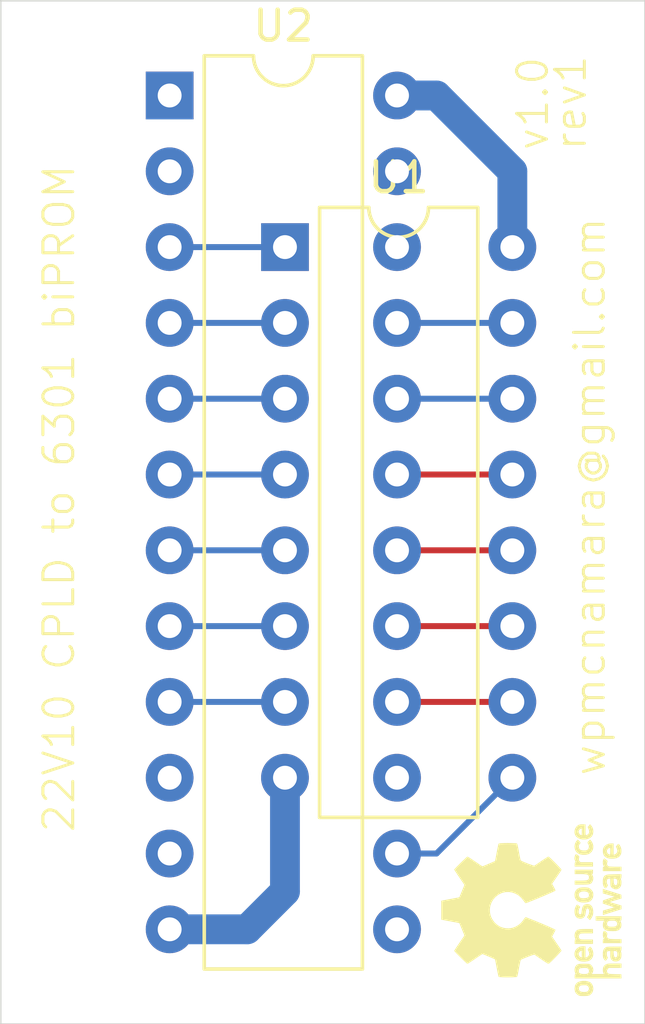
<source format=kicad_pcb>
(kicad_pcb (version 20240108) (generator "pcbnew") (generator_version "8.0")
  (layers (0 "F.Cu" signal) (31 "B.Cu" signal) (34 "B.Paste" user) (35 "F.Paste" user) (36 "B.SilkS" user "B.Silkscreen") (37 "F.SilkS" user "F.Silkscreen") (38 "B.Mask" user) (39 "F.Mask" user) (44 "Edge.Cuts" user))
  (net 0 "")
  (net 9 "Net-(U1-A4)")
  (net 10 "Net-(U1-A2)")
  (net 11 "Net-(U1-A6)")
  (net 12 "Net-(U1-O3)")
  (net 13 "Net-(U1-~E2)")
  (net 14 "Net-(U1-VCC)")
  (net 15 "Net-(U1-O2)")
  (net 16 "Net-(U1-GND)")
  (net 17 "Net-(U1-P{slash}~E1)")
  (net 18 "Net-(U1-A0)")
  (net 19 "Net-(U1-O4)")
  (net 20 "Net-(U1-A3)")
  (net 21 "Net-(U1-A1)")
  (net 22 "Net-(U1-A7)")
  (net 23 "Net-(U1-O1)")
  (net 24 "Net-(U1-A5)")
  (footprint "Package_DIP:DIP-16_W7.62mm" (layer "F.Cu") (at 159.385 93.345)
    (property "Reference" "U1" (at 3.81 -2.33 0) (layer "F.SilkS"))
    (property "Value" "~")
    (fp_line (start 1.16 -1.33) (end 1.16 19.11) (stroke (width 0.12)) (layer "F.SilkS"))
    (fp_line (start 1.16 19.11) (end 6.46 19.11) (stroke (width 0.12)) (layer "F.SilkS"))
    (fp_line (start 2.81 -1.33) (end 1.16 -1.33) (stroke (width 0.12)) (layer "F.SilkS"))
    (fp_line (start 6.46 -1.33) (end 4.81 -1.33) (stroke (width 0.12)) (layer "F.SilkS"))
    (fp_line (start 6.46 19.11) (end 6.46 -1.33) (stroke (width 0.12)) (layer "F.SilkS"))
    (fp_arc (start 4.81 -1.33) (mid 3.81 -0.33) (end 2.81 -1.33) (stroke (width 0.12)) (layer "F.SilkS"))
    (pad "1" thru_hole rect (at 0 0) (size 1.6 1.6) (drill 0.8) (layers "*.Cu" "*.Mask") (net 11 "Net-(U1-A6)"))
    (pad "2" thru_hole oval (at 0 2.54) (size 1.6 1.6) (drill 0.8) (layers "*.Cu" "*.Mask") (net 24 "Net-(U1-A5)"))
    (pad "3" thru_hole oval (at 0 5.08) (size 1.6 1.6) (drill 0.8) (layers "*.Cu" "*.Mask") (net 9 "Net-(U1-A4)"))
    (pad "4" thru_hole oval (at 0 7.62) (size 1.6 1.6) (drill 0.8) (layers "*.Cu" "*.Mask") (net 20 "Net-(U1-A3)"))
    (pad "5" thru_hole oval (at 0 10.16) (size 1.6 1.6) (drill 0.8) (layers "*.Cu" "*.Mask") (net 10 "Net-(U1-A2)"))
    (pad "6" thru_hole oval (at 0 12.7) (size 1.6 1.6) (drill 0.8) (layers "*.Cu" "*.Mask") (net 21 "Net-(U1-A1)"))
    (pad "7" thru_hole oval (at 0 15.24) (size 1.6 1.6) (drill 0.8) (layers "*.Cu" "*.Mask") (net 18 "Net-(U1-A0)"))
    (pad "8" thru_hole oval (at 0 17.78) (size 1.6 1.6) (drill 0.8) (layers "*.Cu" "*.Mask") (net 16 "Net-(U1-GND)"))
    (pad "9" thru_hole oval (at 7.62 17.78) (size 1.6 1.6) (drill 0.8) (layers "*.Cu" "*.Mask") (net 19 "Net-(U1-O4)"))
    (pad "10" thru_hole oval (at 7.62 15.24) (size 1.6 1.6) (drill 0.8) (layers "*.Cu" "*.Mask") (net 12 "Net-(U1-O3)"))
    (pad "11" thru_hole oval (at 7.62 12.7) (size 1.6 1.6) (drill 0.8) (layers "*.Cu" "*.Mask") (net 15 "Net-(U1-O2)"))
    (pad "12" thru_hole oval (at 7.62 10.16) (size 1.6 1.6) (drill 0.8) (layers "*.Cu" "*.Mask") (net 23 "Net-(U1-O1)"))
    (pad "13" thru_hole oval (at 7.62 7.62) (size 1.6 1.6) (drill 0.8) (layers "*.Cu" "*.Mask") (net 17 "Net-(U1-P{slash}~E1)"))
    (pad "14" thru_hole oval (at 7.62 5.08) (size 1.6 1.6) (drill 0.8) (layers "*.Cu" "*.Mask") (net 13 "Net-(U1-~E2)"))
    (pad "15" thru_hole oval (at 7.62 2.54) (size 1.6 1.6) (drill 0.8) (layers "*.Cu" "*.Mask") (net 22 "Net-(U1-A7)"))
    (pad "16" thru_hole oval (at 7.62 0) (size 1.6 1.6) (drill 0.8) (layers "*.Cu" "*.Mask") (net 14 "Net-(U1-VCC)"))
  )
  (footprint "Package_DIP:DIP-24_W7.62mm" (layer "F.Cu") (at 155.52 88.265)
    (property "Reference" "U2" (at 3.81 -2.33 0) (layer "F.SilkS"))
    (property "Value" "ATF22V10C-10PU")
    (fp_line (start 1.16 -1.33) (end 1.16 29.27) (stroke (width 0.12)) (layer "F.SilkS"))
    (fp_line (start 1.16 29.27) (end 6.46 29.27) (stroke (width 0.12)) (layer "F.SilkS"))
    (fp_line (start 2.81 -1.33) (end 1.16 -1.33) (stroke (width 0.12)) (layer "F.SilkS"))
    (fp_line (start 6.46 -1.33) (end 4.81 -1.33) (stroke (width 0.12)) (layer "F.SilkS"))
    (fp_line (start 6.46 29.27) (end 6.46 -1.33) (stroke (width 0.12)) (layer "F.SilkS"))
    (fp_arc (start 4.81 -1.33) (mid 3.81 -0.33) (end 2.81 -1.33) (stroke (width 0.12)) (layer "F.SilkS"))
    (pad "1" thru_hole rect (at 0 0) (size 1.6 1.6) (drill 0.8) (layers "*.Cu" "*.Mask"))
    (pad "2" thru_hole oval (at 0 2.54) (size 1.6 1.6) (drill 0.8) (layers "*.Cu" "*.Mask"))
    (pad "3" thru_hole oval (at 0 5.08) (size 1.6 1.6) (drill 0.8) (layers "*.Cu" "*.Mask") (net 11 "Net-(U1-A6)"))
    (pad "4" thru_hole oval (at 0 7.62) (size 1.6 1.6) (drill 0.8) (layers "*.Cu" "*.Mask") (net 24 "Net-(U1-A5)"))
    (pad "5" thru_hole oval (at 0 10.16) (size 1.6 1.6) (drill 0.8) (layers "*.Cu" "*.Mask") (net 9 "Net-(U1-A4)"))
    (pad "6" thru_hole oval (at 0 12.7) (size 1.6 1.6) (drill 0.8) (layers "*.Cu" "*.Mask") (net 20 "Net-(U1-A3)"))
    (pad "7" thru_hole oval (at 0 15.24) (size 1.6 1.6) (drill 0.8) (layers "*.Cu" "*.Mask") (net 10 "Net-(U1-A2)"))
    (pad "8" thru_hole oval (at 0 17.78) (size 1.6 1.6) (drill 0.8) (layers "*.Cu" "*.Mask") (net 21 "Net-(U1-A1)"))
    (pad "9" thru_hole oval (at 0 20.32) (size 1.6 1.6) (drill 0.8) (layers "*.Cu" "*.Mask") (net 18 "Net-(U1-A0)"))
    (pad "10" thru_hole oval (at 0 22.86) (size 1.6 1.6) (drill 0.8) (layers "*.Cu" "*.Mask"))
    (pad "11" thru_hole oval (at 0 25.4) (size 1.6 1.6) (drill 0.8) (layers "*.Cu" "*.Mask"))
    (pad "12" thru_hole oval (at 0 27.94) (size 1.6 1.6) (drill 0.8) (layers "*.Cu" "*.Mask") (net 16 "Net-(U1-GND)"))
    (pad "13" thru_hole oval (at 7.62 27.94) (size 1.6 1.6) (drill 0.8) (layers "*.Cu" "*.Mask"))
    (pad "14" thru_hole oval (at 7.62 25.4) (size 1.6 1.6) (drill 0.8) (layers "*.Cu" "*.Mask") (net 19 "Net-(U1-O4)"))
    (pad "15" thru_hole oval (at 7.62 22.86) (size 1.6 1.6) (drill 0.8) (layers "*.Cu" "*.Mask"))
    (pad "16" thru_hole oval (at 7.62 20.32) (size 1.6 1.6) (drill 0.8) (layers "*.Cu" "*.Mask") (net 12 "Net-(U1-O3)"))
    (pad "17" thru_hole oval (at 7.62 17.78) (size 1.6 1.6) (drill 0.8) (layers "*.Cu" "*.Mask") (net 15 "Net-(U1-O2)"))
    (pad "18" thru_hole oval (at 7.62 15.24) (size 1.6 1.6) (drill 0.8) (layers "*.Cu" "*.Mask") (net 23 "Net-(U1-O1)"))
    (pad "19" thru_hole oval (at 7.62 12.7) (size 1.6 1.6) (drill 0.8) (layers "*.Cu" "*.Mask") (net 17 "Net-(U1-P{slash}~E1)"))
    (pad "20" thru_hole oval (at 7.62 10.16) (size 1.6 1.6) (drill 0.8) (layers "*.Cu" "*.Mask") (net 13 "Net-(U1-~E2)"))
    (pad "21" thru_hole oval (at 7.62 7.62) (size 1.6 1.6) (drill 0.8) (layers "*.Cu" "*.Mask") (net 22 "Net-(U1-A7)"))
    (pad "22" thru_hole oval (at 7.62 5.08) (size 1.6 1.6) (drill 0.8) (layers "*.Cu" "*.Mask"))
    (pad "23" thru_hole oval (at 7.62 2.54) (size 1.6 1.6) (drill 0.8) (layers "*.Cu" "*.Mask"))
    (pad "24" thru_hole oval (at 7.62 0) (size 1.6 1.6) (drill 0.8) (layers "*.Cu" "*.Mask") (net 14 "Net-(U1-VCC)"))
  )
  (footprint "Symbol:OSHW-Logo_5.7x6mm_SilkScreen" (layer "F.Cu") (at 167.64 115.57 90)
    (property "Reference" "REF**" (hide yes))
    (property "Value" "OSHW-Logo_5.7x6mm_SilkScreen" (hide yes))
    (fp_poly (pts (xy 1.79946 1.45803) (xy 1.842711 1.471245) (xy 1.870558 1.487941) (xy 1.879629 1.501145) (xy 1.877132 1.516797) (xy 1.860931 1.541385) (xy 1.847232 1.5588) (xy 1.818992 1.590283) (xy 1.797775 1.603529) (xy 1.779688 1.602664) (xy 1.726035 1.58901) (xy 1.68663 1.58963) (xy 1.654632 1.605104) (xy 1.64389 1.614161) (xy 1.609505 1.646027) (xy 1.609505 2.062179) (xy 1.471188 2.062179) (xy 1.471188 1.458614) (xy 1.540347 1.458614) (xy 1.581869 1.460256) (xy 1.603291 1.466087) (xy 1.609502 1.477461) (xy 1.609505 1.477798) (xy 1.612439 1.489713) (xy 1.625704 1.488159) (xy 1.644084 1.479563) (xy 1.682046 1.463568) (xy 1.712872 1.453945) (xy 1.752536 1.451478) (xy 1.79946 1.45803)) (stroke (width 0.01)) (fill solid) (layer "F.SilkS"))
    (fp_poly (pts (xy 1.635255 2.401486) (xy 1.683595 2.411015) (xy 1.711114 2.425125) (xy 1.740064 2.448568) (xy 1.698876 2.500571) (xy 1.673482 2.532064) (xy 1.656238 2.547428) (xy 1.639102 2.549776) (xy 1.614027 2.542217) (xy 1.602257 2.537941) (xy 1.55427 2.531631) (xy 1.510324 2.545156) (xy 1.47806 2.57571) (xy 1.472819 2.585452) (xy 1.467112 2.611258) (xy 1.462706 2.658817) (xy 1.459811 2.724758) (xy 1.458631 2.80571) (xy 1.458614 2.817226) (xy 1.458614 3.017822) (xy 1.320297 3.017822) (xy 1.320297 2.401683) (xy 1.389456 2.401683) (xy 1.429333 2.402725) (xy 1.450107 2.407358) (xy 1.457789 2.417849) (xy 1.458614 2.427745) (xy 1.458614 2.453806) (xy 1.491745 2.427745) (xy 1.529735 2.409965) (xy 1.58077 2.401174) (xy 1.635255 2.401486)) (stroke (width 0.01)) (fill solid) (layer "F.SilkS"))
    (fp_poly (pts (xy -0.993356 2.40302) (xy -0.974539 2.40866) (xy -0.968473 2.421053) (xy -0.968218 2.426647) (xy -0.967129 2.44223) (xy -0.959632 2.444676) (xy -0.939381 2.433993) (xy -0.927351 2.426694) (xy -0.8894 2.411063) (xy -0.844072 2.403334) (xy -0.796544 2.40274) (xy -0.751995 2.408513) (xy -0.715602 2.419884) (xy -0.692543 2.436088) (xy -0.687996 2.456355) (xy -0.690291 2.461843) (xy -0.70702 2.484626) (xy -0.732963 2.512647) (xy -0.737655 2.517177) (xy -0.762383 2.538005) (xy -0.783718 2.544735) (xy -0.813555 2.540038) (xy -0.825508 2.536917) (xy -0.862705 2.529421) (xy -0.888859 2.532792) (xy -0.910946 2.544681) (xy -0.931178 2.560635) (xy -0.946079 2.5807) (xy -0.956434 2.608702) (xy -0.963029 2.648467) (xy -0.966649 2.703823) (xy -0.968078 2.778594) (xy -0.968218 2.82374) (xy -0.968218 3.017822) (xy -1.09396 3.017822) (xy -1.09396 2.401683) (xy -1.031089 2.401683) (xy -0.993356 2.40302)) (stroke (width 0.01)) (fill solid) (layer "F.SilkS"))
    (fp_poly (pts (xy 0.993367 1.654342) (xy 0.994555 1.746563) (xy 0.998897 1.81661) (xy 1.007558 1.867381) (xy 1.021704 1.901772) (xy 1.0425 1.922679) (xy 1.07111 1.933) (xy 1.106535 1.935636) (xy 1.143636 1.932682) (xy 1.171818 1.921889) (xy 1.192243 1.90036) (xy 1.206079 1.865199) (xy 1.214491 1.81351) (xy 1.218643 1.742394) (xy 1.219703 1.654342) (xy 1.219703 1.458614) (xy 1.35802 1.458614) (xy 1.35802 2.062179) (xy 1.288862 2.062179) (xy 1.24717 2.060489) (xy 1.225701 2.054556) (xy 1.219703 2.043293) (xy 1.216091 2.033261) (xy 1.201714 2.035383) (xy 1.172736 2.04958) (xy 1.106319 2.07148) (xy 1.035875 2.069928) (xy 0.968377 2.046147) (xy 0.936233 2.027362) (xy 0.911715 2.007022) (xy 0.893804 1.981573) (xy 0.881479 1.947458) (xy 0.873723 1.901121) (xy 0.869516 1.839007) (xy 0.86784 1.757561) (xy 0.867624 1.694578) (xy 0.867624 1.458614) (xy 0.993367 1.458614) (xy 0.993367 1.654342)) (stroke (width 0.01)) (fill solid) (layer "F.SilkS"))
    (fp_poly (pts (xy -0.754012 1.469002) (xy -0.722717 1.48395) (xy -0.692409 1.505541) (xy -0.669318 1.530391) (xy -0.6525 1.562087) (xy -0.641006 1.604214) (xy -0.633891 1.660358) (xy -0.630207 1.734106) (xy -0.629008 1.829044) (xy -0.628989 1.838985) (xy -0.628713 2.062179) (xy -0.76703 2.062179) (xy -0.76703 1.856418) (xy -0.767128 1.780189) (xy -0.767809 1.724939) (xy -0.769651 1.686501) (xy -0.773233 1.660706) (xy -0.779132 1.643384) (xy -0.787927 1.630368) (xy -0.80018 1.617507) (xy -0.843047 1.589873) (xy -0.889843 1.584745) (xy -0.934424 1.602217) (xy -0.949928 1.615221) (xy -0.96131 1.627447) (xy -0.969481 1.64054) (xy -0.974974 1.658615) (xy -0.97832 1.685787) (xy -0.980051 1.72617) (xy -0.980697 1.783879) (xy -0.980792 1.854132) (xy -0.980792 2.062179) (xy -1.119109 2.062179) (xy -1.119109 1.458614) (xy -1.04995 1.458614) (xy -1.008428 1.460256) (xy -0.987006 1.466087) (xy -0.980795 1.477461) (xy -0.980792 1.477798) (xy -0.97791 1.488938) (xy -0.965199 1.487674) (xy -0.939926 1.475434) (xy -0.882605 1.457424) (xy -0.817037 1.455421) (xy -0.754012 1.469002)) (stroke (width 0.01)) (fill solid) (layer "F.SilkS"))
    (fp_poly (pts (xy 2.217226 1.46388) (xy 2.29008 1.49483) (xy 2.313027 1.509895) (xy 2.342354 1.533048) (xy 2.360764 1.551253) (xy 2.363961 1.557183) (xy 2.354935 1.57034) (xy 2.331837 1.592667) (xy 2.313344 1.60825) (xy 2.262728 1.648926) (xy 2.22276 1.615295) (xy 2.191874 1.593584) (xy 2.161759 1.58609) (xy 2.127292 1.58792) (xy 2.072561 1.601528) (xy 2.034886 1.629772) (xy 2.011991 1.675433) (xy 2.001597 1.741289) (xy 2.001595 1.741331) (xy 2.002494 1.814939) (xy 2.016463 1.868946) (xy 2.044328 1.905716) (xy 2.063325 1.918168) (xy 2.113776 1.933673) (xy 2.167663 1.933683) (xy 2.214546 1.918638) (xy 2.225644 1.911287) (xy 2.253476 1.892511) (xy 2.275236 1.889434) (xy 2.298704 1.903409) (xy 2.324649 1.92851) (xy 2.365716 1.97088) (xy 2.320121 2.008464) (xy 2.249674 2.050882) (xy 2.170233 2.071785) (xy 2.087215 2.070272) (xy 2.032694 2.056411) (xy 1.96897 2.022135) (xy 1.918005 1.968212) (xy 1.894851 1.930149) (xy 1.876099 1.875536) (xy 1.866715 1.806369) (xy 1.866643 1.731407) (xy 1.875824 1.659409) (xy 1.894199 1.599137) (xy 1.897093 1.592958) (xy 1.939952 1.532351) (xy 1.997979 1.488224) (xy 2.066591 1.461493) (xy 2.141201 1.453073) (xy 2.217226 1.46388)) (stroke (width 0.01)) (fill solid) (layer "F.SilkS"))
    (fp_poly (pts (xy 0.610762 1.466055) (xy 0.674363 1.500692) (xy 0.724123 1.555372) (xy 0.747568 1.599842) (xy 0.757634 1.639121) (xy 0.764156 1.695116) (xy 0.766951 1.759621) (xy 0.765836 1.824429) (xy 0.760626 1.881334) (xy 0.754541 1.911727) (xy 0.734014 1.953306) (xy 0.698463 1.997468) (xy 0.655619 2.036087) (xy 0.613211 2.061034) (xy 0.612177 2.06143) (xy 0.559553 2.072331) (xy 0.497188 2.072601) (xy 0.437924 2.062676) (xy 0.41504 2.054722) (xy 0.356102 2.0213) (xy 0.31389 1.977511) (xy 0.286156 1.919538) (xy 0.270651 1.843565) (xy 0.267143 1.803771) (xy 0.26759 1.753766) (xy 0.402376 1.753766) (xy 0.406917 1.826732) (xy 0.419986 1.882334) (xy 0.440756 1.917861) (xy 0.455552 1.92802) (xy 0.493464 1.935104) (xy 0.538527 1.933007) (xy 0.577487 1.922812) (xy 0.587704 1.917204) (xy 0.614659 1.884538) (xy 0.632451 1.834545) (xy 0.640024 1.773705) (xy 0.636325 1.708497) (xy 0.628057 1.669253) (xy 0.60432 1.623805) (xy 0.566849 1.595396) (xy 0.52172 1.585573) (xy 0.475011 1.595887) (xy 0.439132 1.621112) (xy 0.420277 1.641925) (xy 0.409272 1.662439) (xy 0.404026 1.690203) (xy 0.402449 1.732762) (xy 0.402376 1.753766) (xy 0.26759 1.753766) (xy 0.268094 1.69758) (xy 0.285388 1.610501) (xy 0.319029 1.54253) (xy 0.369018 1.493664) (xy 0.435356 1.463899) (xy 0.449601 1.460448) (xy 0.53521 1.452345) (xy 0.610762 1.466055)) (stroke (width 0.01)) (fill solid) (layer "F.SilkS"))
    (fp_poly (pts (xy 0.281524 2.404237) (xy 0.331255 2.407971) (xy 0.461291 2.797773) (xy 0.481678 2.728614) (xy 0.493946 2.685874) (xy 0.510085 2.628115) (xy 0.527512 2.564625) (xy 0.536726 2.53057) (xy 0.571388 2.401683) (xy 0.714391 2.401683) (xy 0.671646 2.536857) (xy 0.650596 2.603342) (xy 0.625167 2.683539) (xy 0.59861 2.767193) (xy 0.574902 2.841782) (xy 0.520902 3.011535) (xy 0.462598 3.015328) (xy 0.404295 3.019122) (xy 0.372679 2.914734) (xy 0.353182 2.849889) (xy 0.331904 2.7784) (xy 0.313308 2.715263) (xy 0.312574 2.71275) (xy 0.298684 2.669969) (xy 0.286429 2.640779) (xy 0.277846 2.629741) (xy 0.276082 2.631018) (xy 0.269891 2.64813) (xy 0.258128 2.684787) (xy 0.242225 2.736378) (xy 0.223614 2.798294) (xy 0.213543 2.832352) (xy 0.159007 3.017822) (xy 0.043264 3.017822) (xy -0.049263 2.725471) (xy -0.075256 2.643462) (xy -0.098934 2.568987) (xy -0.11918 2.505544) (xy -0.134874 2.456632) (xy -0.144898 2.425749) (xy -0.147945 2.416726) (xy -0.145533 2.407487) (xy -0.126592 2.403441) (xy -0.087177 2.403846) (xy -0.081007 2.404152) (xy -0.007914 2.407971) (xy 0.039957 2.58401) (xy 0.057553 2.648211) (xy 0.073277 2.704649) (xy 0.085746 2.748422) (xy 0.093574 2.77463) (xy 0.09502 2.778903) (xy 0.101014 2.77399) (xy 0.113101 2.748532) (xy 0.129893 2.705997) (xy 0.150003 2.64985) (xy 0.167003 2.59913) (xy 0.231794 2.400504) (xy 0.281524 2.404237)) (stroke (width 0.01)) (fill solid) (layer "F.SilkS"))
    (fp_poly (pts (xy -2.538261 1.465148) (xy -2.472479 1.494231) (xy -2.42254 1.542793) (xy -2.388374 1.610908) (xy -2.369907 1.698651) (xy -2.368583 1.712351) (xy -2.367546 1.808939) (xy -2.380993 1.893602) (xy -2.408108 1.962221) (xy -2.422627 1.984294) (xy -2.473201 2.031011) (xy -2.537609 2.061268) (xy -2.609666 2.073824) (xy -2.683185 2.067439) (xy -2.739072 2.047772) (xy -2.787132 2.014629) (xy -2.826412 1.971175) (xy -2.827092 1.970158) (xy -2.843044 1.943338) (xy -2.85341 1.916368) (xy -2.859688 1.882332) (xy -2.863373 1.83431) (xy -2.864997 1.794931) (xy -2.865672 1.759219) (xy -2.739955 1.759219) (xy -2.738726 1.79477) (xy -2.734266 1.842094) (xy -2.726397 1.872465) (xy -2.712207 1.894072) (xy -2.698917 1.906694) (xy -2.651802 1.933122) (xy -2.602505 1.936653) (xy -2.556593 1.917639) (xy -2.533638 1.896331) (xy -2.517096 1.874859) (xy -2.507421 1.854313) (xy -2.503174 1.827574) (xy -2.50292 1.787523) (xy -2.504228 1.750638) (xy -2.507043 1.697947) (xy -2.511505 1.663772) (xy -2.519548 1.64148) (xy -2.533103 1.624442) (xy -2.543845 1.614703) (xy -2.588777 1.589123) (xy -2.637249 1.587847) (xy -2.677894 1.602999) (xy -2.712567 1.634642) (xy -2.733224 1.68662) (xy -2.739955 1.759219) (xy -2.865672 1.759219) (xy -2.866479 1.716621) (xy -2.863948 1.658056) (xy -2.856362 1.614007) (xy -2.842681 1.579248) (xy -2.821865 1.548551) (xy -2.814147 1.539436) (xy -2.765889 1.494021) (xy -2.714128 1.467493) (xy -2.650828 1.456379) (xy -2.619961 1.455471) (xy -2.538261 1.465148)) (stroke (width 0.01)) (fill solid) (layer "F.SilkS"))
    (fp_poly (pts (xy -0.201188 3.017822) (xy -0.270346 3.017822) (xy -0.310488 3.016645) (xy -0.331394 3.011772) (xy -0.338922 3.001186) (xy -0.339505 2.994029) (xy -0.340774 2.979676) (xy -0.348779 2.976923) (xy -0.369815 2.985771) (xy -0.386173 2.994029) (xy -0.448977 3.013597) (xy -0.517248 3.014729) (xy -0.572752 3.000135) (xy -0.624438 2.964877) (xy -0.663838 2.912835) (xy -0.685413 2.85145) (xy -0.685962 2.848018) (xy -0.689167 2.810571) (xy -0.690761 2.756813) (xy -0.690633 2.716155) (xy -0.553279 2.716155) (xy -0.550097 2.770194) (xy -0.542859 2.814735) (xy -0.53306 2.839888) (xy -0.495989 2.87426) (xy -0.451974 2.886582) (xy -0.406584 2.876618) (xy -0.367797 2.846895) (xy -0.353108 2.826905) (xy -0.344519 2.80305) (xy -0.340496 2.76823) (xy -0.339505 2.71593) (xy -0.341278 2.664139) (xy -0.345963 2.618634) (xy -0.352603 2.588181) (xy -0.35371 2.585452) (xy -0.380491 2.553) (xy -0.419579 2.535183) (xy -0.463315 2.532306) (xy -0.504038 2.544674) (xy -0.534087 2.572593) (xy -0.537204 2.578148) (xy -0.546961 2.612022) (xy -0.552277 2.660728) (xy -0.553279 2.716155) (xy -0.690633 2.716155) (xy -0.690568 2.69554) (xy -0.689664 2.662563) (xy -0.683514 2.580981) (xy -0.670733 2.51973) (xy -0.649471 2.474449) (xy -0.617878 2.440779) (xy -0.587207 2.421014) (xy -0.544354 2.40712) (xy -0.491056 2.402354) (xy -0.43648 2.406236) (xy -0.389792 2.418282) (xy -0.365124 2.432693) (xy -0.339505 2.455878) (xy -0.339505 2.162773) (xy -0.201188 2.162773) (xy -0.201188 3.017822)) (stroke (width 0.01)) (fill solid) (layer "F.SilkS"))
    (fp_poly (pts (xy 2.677898 1.456457) (xy 2.710096 1.464279) (xy 2.771825 1.492921) (xy 2.82461 1.536667) (xy 2.861141 1.589117) (xy 2.86616 1.600893) (xy 2.873045 1.63174) (xy 2.877864 1.677371) (xy 2.879505 1.723492) (xy 2.879505 1.810693) (xy 2.697178 1.810693) (xy 2.621979 1.810978) (xy 2.569003 1.812704) (xy 2.535325 1.817181) (xy 2.51802 1.82572) (xy 2.514163 1.83963) (xy 2.520829 1.860222) (xy 2.53277 1.884315) (xy 2.56608 1.924525) (xy 2.612368 1.944558) (xy 2.668944 1.943905) (xy 2.733031 1.922101) (xy 2.788417 1.895193) (xy 2.834375 1.931532) (xy 2.880333 1.967872) (xy 2.837096 2.007819) (xy 2.779374 2.045563) (xy 2.708386 2.06832) (xy 2.632029 2.074688) (xy 2.558199 2.063268) (xy 2.546287 2.059393) (xy 2.481399 2.025506) (xy 2.43313 1.974986) (xy 2.400465 1.906325) (xy 2.382385 1.818014) (xy 2.382175 1.816121) (xy 2.380556 1.719878) (xy 2.3871 1.685542) (xy 2.514852 1.685542) (xy 2.526584 1.690822) (xy 2.558438 1.694867) (xy 2.605397 1.697176) (xy 2.635154 1.697525) (xy 2.690648 1.697306) (xy 2.725346 1.695916) (xy 2.743601 1.692251) (xy 2.749766 1.68521) (xy 2.748195 1.67369) (xy 2.746878 1.669233) (xy 2.724382 1.627355) (xy 2.689003 1.593604) (xy 2.65778 1.578773) (xy 2.616301 1.579668) (xy 2.574269 1.598164) (xy 2.539012 1.628786) (xy 2.517854 1.666062) (xy 2.514852 1.685542) (xy 2.3871 1.685542) (xy 2.39669 1.635229) (xy 2.428698 1.564191) (xy 2.474701 1.508779) (xy 2.532821 1.471009) (xy 2.60118 1.452896) (xy 2.677898 1.456457)) (stroke (width 0.01)) (fill solid) (layer "F.SilkS"))
    (fp_poly (pts (xy 0.014017 1.456452) (xy 0.061634 1.465482) (xy 0.111034 1.48437) (xy 0.116312 1.486777) (xy 0.153774 1.506476) (xy 0.179717 1.524781) (xy 0.188103 1.536508) (xy 0.180117 1.555632) (xy 0.16072 1.58385) (xy 0.15211 1.594384) (xy 0.116628 1.635847) (xy 0.070885 1.608858) (xy 0.02735 1.590878) (xy -0.02295 1.581267) (xy -0.071188 1.58066) (xy -0.108533 1.589691) (xy -0.117495 1.595327) (xy -0.134563 1.621171) (xy -0.136637 1.650941) (xy -0.123866 1.674197) (xy -0.116312 1.678708) (xy -0.093675 1.684309) (xy -0.053885 1.690892) (xy -0.004834 1.697183) (xy 0.004215 1.69817) (xy 0.082996 1.711798) (xy 0.140136 1.734946) (xy 0.17803 1.769752) (xy 0.199079 1.818354) (xy 0.205635 1.877718) (xy 0.196577 1.945198) (xy 0.167164 1.998188) (xy 0.117278 2.036783) (xy 0.0468 2.061081) (xy -0.031435 2.070667) (xy -0.095234 2.070552) (xy -0.146984 2.061845) (xy -0.182327 2.049825) (xy -0.226983 2.02888) (xy -0.268253 2.004574) (xy -0.282921 1.993876) (xy -0.320643 1.963084) (xy -0.275148 1.917049) (xy -0.229653 1.871013) (xy -0.177928 1.905243) (xy -0.126048 1.930952) (xy -0.070649 1.944399) (xy -0.017395 1.945818) (xy 0.028049 1.935443) (xy 0.060016 1.913507) (xy 0.070338 1.894998) (xy 0.068789 1.865314) (xy 0.04314 1.842615) (xy -0.00654 1.82694) (xy -0.060969 1.819695) (xy -0.144736 1.805873) (xy -0.206967 1.779796) (xy -0.248493 1.740699) (xy -0.270147 1.68782) (xy -0.273147 1.625126) (xy -0.258329 1.559642) (xy -0.224546 1.510144) (xy -0.171495 1.476408) (xy -0.098874 1.458207) (xy -0.045072 1.454639) (xy 0.014017 1.456452)) (stroke (width 0.01)) (fill solid) (layer "F.SilkS"))
    (fp_poly (pts (xy 2.032581 2.40497) (xy 2.092685 2.420597) (xy 2.143021 2.452848) (xy 2.167393 2.47694) (xy 2.207345 2.533895) (xy 2.230242 2.599965) (xy 2.238108 2.681182) (xy 2.238148 2.687748) (xy 2.238218 2.753763) (xy 1.858264 2.753763) (xy 1.866363 2.788342) (xy 1.880987 2.819659) (xy 1.906581 2.852291) (xy 1.911935 2.8575) (xy 1.957943 2.885694) (xy 2.01041 2.890475) (xy 2.070803 2.871926) (xy 2.08104 2.866931) (xy 2.112439 2.851745) (xy 2.13347 2.843094) (xy 2.137139 2.842293) (xy 2.149948 2.850063) (xy 2.174378 2.869072) (xy 2.186779 2.87946) (xy 2.212476 2.903321) (xy 2.220915 2.919077) (xy 2.215058 2.933571) (xy 2.211928 2.937534) (xy 2.190725 2.954879) (xy 2.155738 2.975959) (xy 2.131337 2.988265) (xy 2.062072 3.009946) (xy 1.985388 3.016971) (xy 1.912765 3.008647) (xy 1.892426 3.002686) (xy 1.829476 2.968952) (xy 1.782815 2.917045) (xy 1.752173 2.846459) (xy 1.737282 2.756692) (xy 1.735647 2.709753) (xy 1.740421 2.641413) (xy 1.86099 2.641413) (xy 1.872652 2.646465) (xy 1.903998 2.650429) (xy 1.949571 2.652768) (xy 1.980446 2.653169) (xy 2.035981 2.652783) (xy 2.071033 2.650975) (xy 2.090262 2.646773) (xy 2.09833 2.639203) (xy 2.099901 2.628218) (xy 2.089121 2.594381) (xy 2.06198 2.56094) (xy 2.026277 2.535272) (xy 1.99056 2.524772) (xy 1.942048 2.534086) (xy 1.900053 2.561013) (xy 1.870936 2.599827) (xy 1.86099 2.641413) (xy 1.740421 2.641413) (xy 1.742599 2.610236) (xy 1.764055 2.530949) (xy 1.80047 2.471263) (xy 1.852297 2.430549) (xy 1.91999 2.408179) (xy 1.956662 2.403871) (xy 2.032581 2.40497)) (stroke (width 0.01)) (fill solid) (layer "F.SilkS"))
    (fp_poly (pts (xy -1.356699 1.472614) (xy -1.344168 1.478514) (xy -1.300799 1.510283) (xy -1.25979 1.556646) (xy -1.229168 1.607696) (xy -1.220459 1.631166) (xy -1.212512 1.673091) (xy -1.207774 1.723757) (xy -1.207199 1.744679) (xy -1.207129 1.810693) (xy -1.587083 1.810693) (xy -1.578983 1.845273) (xy -1.559104 1.88617) (xy -1.524347 1.921514) (xy -1.482998 1.944282) (xy -1.456649 1.94901) (xy -1.420916 1.943273) (xy -1.378282 1.928882) (xy -1.363799 1.922262) (xy -1.31024 1.895513) (xy -1.264533 1.930376) (xy -1.238158 1.953955) (xy -1.224124 1.973417) (xy -1.223414 1.979129) (xy -1.235951 1.992973) (xy -1.263428 2.014012) (xy -1.288366 2.030425) (xy -1.355664 2.05993) (xy -1.43111 2.073284) (xy -1.505888 2.069812) (xy -1.565495 2.051663) (xy -1.626941 2.012784) (xy -1.670608 1.961595) (xy -1.697926 1.895367) (xy -1.710322 1.811371) (xy -1.711421 1.772936) (xy -1.707022 1.684861) (xy -1.706482 1.682299) (xy -1.580582 1.682299) (xy -1.577115 1.690558) (xy -1.562863 1.695113) (xy -1.53347 1.697065) (xy -1.484575 1.697517) (xy -1.465748 1.697525) (xy -1.408467 1.696843) (xy -1.372141 1.694364) (xy -1.352604 1.689443) (xy -1.34569 1.681434) (xy -1.345445 1.678862) (xy -1.353336 1.658423) (xy -1.373085 1.629789) (xy -1.381575 1.619763) (xy -1.413094 1.591408) (xy -1.445949 1.580259) (xy -1.463651 1.579327) (xy -1.511539 1.590981) (xy -1.551699 1.622285) (xy -1.577173 1.667752) (xy -1.577625 1.669233) (xy -1.580582 1.682299) (xy -1.706482 1.682299) (xy -1.692392 1.61551) (xy -1.666038 1.560025) (xy -1.633807 1.520639) (xy -1.574217 1.477931) (xy -1.504168 1.455109) (xy -1.429661 1.453046) (xy -1.356699 1.472614)) (stroke (width 0.01)) (fill solid) (layer "F.SilkS"))
    (fp_poly (pts (xy 1.038411 2.405417) (xy 1.091411 2.41829) (xy 1.106731 2.42511) (xy 1.136428 2.442974) (xy 1.15922 2.463093) (xy 1.176083 2.488962) (xy 1.187998 2.524073) (xy 1.195942 2.57192) (xy 1.200894 2.635996) (xy 1.203831 2.719794) (xy 1.204947 2.775768) (xy 1.209052 3.017822) (xy 1.138932 3.017822) (xy 1.096393 3.016038) (xy 1.074476 3.009942) (xy 1.068812 2.999706) (xy 1.065821 2.988637) (xy 1.052451 2.990754) (xy 1.034233 2.999629) (xy 0.988624 3.013233) (xy 0.930007 3.016899) (xy 0.868354 3.010903) (xy 0.813638 2.995521) (xy 0.80873 2.993386) (xy 0.758723 2.958255) (xy 0.725756 2.909419) (xy 0.710587 2.852333) (xy 0.711746 2.831824) (xy 0.835508 2.831824) (xy 0.846413 2.859425) (xy 0.878745 2.879204) (xy 0.93091 2.889819) (xy 0.958787 2.891228) (xy 1.005247 2.88762) (xy 1.036129 2.873597) (xy 1.043664 2.866931) (xy 1.064076 2.830666) (xy 1.068812 2.797773) (xy 1.068812 2.753763) (xy 1.007513 2.753763) (xy 0.936256 2.757395) (xy 0.886276 2.768818) (xy 0.854696 2.788824) (xy 0.847626 2.797743) (xy 0.835508 2.831824) (xy 0.711746 2.831824) (xy 0.713971 2.792456) (xy 0.736663 2.735244) (xy 0.767624 2.69658) (xy 0.786376 2.679864) (xy 0.804733 2.668878) (xy 0.828619 2.66218) (xy 0.863957 2.658326) (xy 0.916669 2.655873) (xy 0.937577 2.655168) (xy 1.068812 2.650879) (xy 1.06862 2.611158) (xy 1.063537 2.569405) (xy 1.045162 2.544158) (xy 1.008039 2.52803) (xy 1.007043 2.527742) (xy 0.95441 2.5214) (xy 0.902906 2.529684) (xy 0.86463 2.549827) (xy 0.849272 2.559773) (xy 0.83273 2.558397) (xy 0.807275 2.543987) (xy 0.792328 2.533817) (xy 0.763091 2.512088) (xy 0.74498 2.4958) (xy 0.742074 2.491137) (xy 0.75404 2.467005) (xy 0.789396 2.438185) (xy 0.804753 2.428461) (xy 0.848901 2.411714) (xy 0.908398 2.402227) (xy 0.974487 2.400095) (xy 1.038411 2.405417)) (stroke (width 0.01)) (fill solid) (layer "F.SilkS"))
    (fp_poly (pts (xy -1.38421 2.406555) (xy -1.325055 2.422339) (xy -1.280023 2.450948) (xy -1.248246 2.488419) (xy -1.238366 2.504411) (xy -1.231073 2.521163) (xy -1.225974 2.542592) (xy -1.222679 2.572616) (xy -1.220797 2.615154) (xy -1.219937 2.674122) (xy -1.219707 2.75344) (xy -1.219703 2.774484) (xy -1.219703 3.017822) (xy -1.280059 3.017822) (xy -1.318557 3.015126) (xy -1.347023 3.008295) (xy -1.354155 3.004083) (xy -1.373652 2.996813) (xy -1.393566 3.004083) (xy -1.426353 3.01316) (xy -1.473978 3.016813) (xy -1.526764 3.015228) (xy -1.575036 3.008589) (xy -1.603218 3.000072) (xy -1.657753 2.965063) (xy -1.691835 2.916479) (xy -1.707157 2.851882) (xy -1.707299 2.850223) (xy -1.705955 2.821566) (xy -1.584356 2.821566) (xy -1.573726 2.854161) (xy -1.55641 2.872505) (xy -1.521652 2.886379) (xy -1.475773 2.891917) (xy -1.428988 2.889191) (xy -1.391514 2.878274) (xy -1.381015 2.871269) (xy -1.362668 2.838904) (xy -1.35802 2.802111) (xy -1.35802 2.753763) (xy -1.427582 2.753763) (xy -1.493667 2.75885) (xy -1.543764 2.773263) (xy -1.574929 2.795729) (xy -1.584356 2.821566) (xy -1.705955 2.821566) (xy -1.703987 2.779647) (xy -1.68071 2.723845) (xy -1.636948 2.681647) (xy -1.630899 2.677808) (xy -1.604907 2.665309) (xy -1.572735 2.65774) (xy -1.52776 2.654061) (xy -1.474331 2.653216) (xy -1.35802 2.653169) (xy -1.35802 2.604411) (xy -1.362953 2.566581) (xy -1.375543 2.541236) (xy -1.377017 2.539887) (xy -1.405034 2.5288) (xy -1.447326 2.524503) (xy -1.494064 2.526615) (xy -1.535418 2.534756) (xy -1.559957 2.546965) (xy -1.573253 2.556746) (xy -1.587294 2.558613) (xy -1.606671 2.5506) (xy -1.635976 2.530739) (xy -1.679803 2.497063) (xy -1.683825 2.493909) (xy -1.681764 2.482236) (xy -1.664568 2.462822) (xy -1.638433 2.441248) (xy -1.609552 2.423096) (xy -1.600478 2.418809) (xy -1.56738 2.410256) (xy -1.51888 2.404155) (xy -1.464695 2.401708) (xy -1.462161 2.401703) (xy -1.38421 2.406555)) (stroke (width 0.01)) (fill solid) (layer "F.SilkS"))
    (fp_poly (pts (xy -1.908759 1.469184) (xy -1.882247 1.482282) (xy -1.849553 1.505106) (xy -1.825725 1.529996) (xy -1.809406 1.561249) (xy -1.79924 1.603166) (xy -1.793872 1.660044) (xy -1.791944 1.736184) (xy -1.791831 1.768917) (xy -1.792161 1.840656) (xy -1.793527 1.891927) (xy -1.7965 1.927404) (xy -1.801649 1.951763) (xy -1.809543 1.96968) (xy -1.817757 1.981902) (xy -1.870187 2.033905) (xy -1.93193 2.065184) (xy -1.998536 2.074592) (xy -2.065558 2.06098) (xy -2.086792 2.051354) (xy -2.137624 2.024859) (xy -2.137624 2.440052) (xy -2.100525 2.420868) (xy -2.051643 2.406025) (xy -1.991561 2.402222) (xy -1.931564 2.409243) (xy -1.886256 2.425013) (xy -1.848675 2.455047) (xy -1.816564 2.498024) (xy -1.81415 2.502436) (xy -1.803967 2.523221) (xy -1.79653 2.54417) (xy -1.791411 2.569548) (xy -1.788181 2.603618) (xy -1.786413 2.650641) (xy -1.785677 2.714882) (xy -1.785544 2.787176) (xy -1.785544 3.017822) (xy -1.923861 3.017822) (xy -1.923861 2.592533) (xy -1.962549 2.559979) (xy -2.002738 2.53394) (xy -2.040797 2.529205) (xy -2.079066 2.541389) (xy -2.099462 2.55332) (xy -2.114642 2.570313) (xy -2.125438 2.595995) (xy -2.132683 2.633991) (xy -2.137208 2.687926) (xy -2.139844 2.761425) (xy -2.140772 2.810347) (xy -2.143911 3.011535) (xy -2.209926 3.015336) (xy -2.27594 3.019136) (xy -2.27594 1.77065) (xy -2.137624 1.77065) (xy -2.134097 1.840254) (xy -2.122215 1.888569) (xy -2.10002 1.918631) (xy -2.065559 1.933471) (xy -2.030742 1.936436) (xy -1.991329 1.933028) (xy -1.965171 1.919617) (xy -1.948814 1.901896) (xy -1.935937 1.882835) (xy -1.928272 1.861601) (xy -1.924861 1.831849) (xy -1.924749 1.787236) (xy -1.925897 1.74988) (xy -1.928532 1.693604) (xy -1.932456 1.656658) (xy -1.939063 1.633223) (xy -1.949749 1.61748) (xy -1.959833 1.60838) (xy -2.00197 1.588537) (xy -2.05184 1.585332) (xy -2.080476 1.592168) (xy -2.108828 1.616464) (xy -2.127609 1.663728) (xy -2.136712 1.733624) (xy -2.137624 1.77065) (xy -2.27594 1.77065) (xy -2.27594 1.458614) (xy -2.206782 1.458614) (xy -2.16526 1.460256) (xy -2.143838 1.466087) (xy -2.137626 1.477461) (xy -2.137624 1.477798) (xy -2.134742 1.488938) (xy -2.12203 1.487673) (xy -2.096757 1.475433) (xy -2.037869 1.456707) (xy -1.971615 1.454739) (xy -1.908759 1.469184)) (stroke (width 0.01)) (fill solid) (layer "F.SilkS"))
    (fp_poly (pts (xy 0.376964 -2.709982) (xy 0.433812 -2.40843) (xy 0.853338 -2.235488) (xy 1.104984 -2.406605) (xy 1.175458 -2.45425) (xy 1.239163 -2.49679) (xy 1.293126 -2.532285) (xy 1.334373 -2.55879) (xy 1.359934 -2.574364) (xy 1.366895 -2.577722) (xy 1.379435 -2.569086) (xy 1.406231 -2.545208) (xy 1.44428 -2.509141) (xy 1.490579 -2.463933) (xy 1.542123 -2.412636) (xy 1.595909 -2.358299) (xy 1.648935 -2.303972) (xy 1.698195 -2.252705) (xy 1.740687 -2.207549) (xy 1.773407 -2.171554) (xy 1.793351 -2.14777) (xy 1.798119 -2.13981) (xy 1.791257 -2.125135) (xy 1.77202 -2.092986) (xy 1.74243 -2.046508) (xy 1.70451 -1.988844) (xy 1.660282 -1.92314) (xy 1.634654 -1.885664) (xy 1.587941 -1.817232) (xy 1.546432 -1.75548) (xy 1.51214 -1.703481) (xy 1.48708 -1.664308) (xy 1.473264 -1.641035) (xy 1.471188 -1.636145) (xy 1.475895 -1.622245) (xy 1.488723 -1.58985) (xy 1.507738 -1.543515) (xy 1.531003 -1.487794) (xy 1.556584 -1.427242) (xy 1.582545 -1.366414) (xy 1.60695 -1.309864) (xy 1.627863 -1.262148) (xy 1.643349 -1.227819) (xy 1.651472 -1.211432) (xy 1.651952 -1.210788) (xy 1.664707 -1.207659) (xy 1.698677 -1.200679) (xy 1.75034 -1.190533) (xy 1.816176 -1.177908) (xy 1.892664 -1.163491) (xy 1.93729 -1.155177) (xy 2.019021 -1.139616) (xy 2.092843 -1.124808) (xy 2.155021 -1.111564) (xy 2.201822 -1.100695) (xy 2.229509 -1.093011) (xy 2.235074 -1.090573) (xy 2.240526 -1.07407) (xy 2.244924 -1.0368) (xy 2.248272 -0.98312) (xy 2.250574 -0.917388) (xy 2.251832 -0.843963) (xy 2.252048 -0.767204) (xy 2.251227 -0.691468) (xy 2.249371 -0.621114) (xy 2.246482 -0.5605) (xy 2.242565 -0.513984) (xy 2.237622 -0.485925) (xy 2.234657 -0.480084) (xy 2.216934 -0.473083) (xy 2.179381 -0.463073) (xy 2.126964 -0.451231) (xy 2.064652 -0.438733) (xy 2.0429 -0.43469) (xy 1.938024 -0.41548) (xy 1.85518 -0.400009) (xy 1.79163 -0.387663) (xy 1.744637 -0.377827) (xy 1.711463 -0.369886) (xy 1.689371 -0.363224) (xy 1.675624 -0.357227) (xy 1.667484 -0.351281) (xy 1.666345 -0.350106) (xy 1.654977 -0.331174) (xy 1.637635 -0.294331) (xy 1.61605 -0.244087) (xy 1.591954 -0.184954) (xy 1.567079 -0.121444) (xy 1.543157 -0.058068) (xy 1.521919 0.000662) (xy 1.505097 0.050235) (xy 1.494422 0.086139) (xy 1.491627 0.103862) (xy 1.49186 0.104483) (xy 1.501331 0.11897) (xy 1.522818 0.150844) (xy 1.554063 0.196789) (xy 1.592807 0.253485) (xy 1.636793 0.317617) (xy 1.649319 0.335842) (xy 1.693984 0.401914) (xy 1.733288 0.4622) (xy 1.765088 0.513235) (xy 1.787245 0.55156) (xy 1.797617 0.573711) (xy 1.798119 0.576432) (xy 1.789405 0.590736) (xy 1.765325 0.619072) (xy 1.728976 0.658396) (xy 1.683453 0.705661) (xy 1.631852 0.757823) (xy 1.577267 0.811835) (xy 1.522794 0.864653) (xy 1.471529 0.913231) (xy 1.426567 0.954523) (xy 1.391004 0.985485) (xy 1.367935 1.00307) (xy 1.361554 1.005941) (xy 1.346699 0.999178) (xy 1.316286 0.980939) (xy 1.275268 0.954297) (xy 1.243709 0.932852) (xy 1.186525 0.893503) (xy 1.118806 0.847171) (xy 1.05088 0.800913) (xy 1.014361 0.776155) (xy 0.890752 0.692547) (xy 0.786991 0.74865) (xy 0.73972 0.773228) (xy 0.699523 0.792331) (xy 0.672326 0.803227) (xy 0.665402 0.804743) (xy 0.657077 0.793549) (xy 0.640654 0.761917) (xy 0.617357 0.712765) (xy 0.588414 0.64901) (xy 0.55505 0.573571) (xy 0.518491 0.489364) (xy 0.479964 0.399308) (xy 0.440694 0.306321) (xy 0.401908 0.21332) (xy 0.36483 0.123223) (xy 0.330689 0.038948) (xy 0.300708 -0.036587) (xy 0.276116 -0.100466) (xy 0.258136 -0.149769) (xy 0.247997 -0.181579) (xy 0.246366 -0.192504) (xy 0.259291 -0.206439) (xy 0.287589 -0.22906) (xy 0.325346 -0.255667) (xy 0.328515 -0.257772) (xy 0.4261 -0.335886) (xy 0.504786 -0.427018) (xy 0.563891 -0.528255) (xy 0.602732 -0.636682) (xy 0.620628 -0.749386) (xy 0.616897 -0.863452) (xy 0.590857 -0.975966) (xy 0.541825 -1.084015) (xy 0.5274 -1.107655) (xy 0.452369 -1.203113) (xy 0.36373 -1.279768) (xy 0.264549 -1.33722) (xy 0.157895 -1.375071) (xy 0.046836 -1.392922) (xy -0.065561 -1.390375) (xy -0.176227 -1.36703) (xy -0.282094 -1.32249) (xy -0.380095 -1.256355) (xy -0.41041 -1.229513) (xy -0.487562 -1.145488) (xy -0.543782 -1.057034) (xy -0.582347 -0.957885) (xy -0.603826 -0.859697) (xy -0.609128 -0.749303) (xy -0.591448 -0.63836) (xy -0.552581 -0.530619) (xy -0.494323 -0.429831) (xy -0.418469 -0.339744) (xy -0.326817 -0.264108) (xy -0.314772 -0.256136) (xy -0.276611 -0.230026) (xy -0.247601 -0.207405) (xy -0.233732 -0.192961) (xy -0.233531 -0.192504) (xy -0.236508 -0.176879) (xy -0.248311 -0.141418) (xy -0.267714 -0.089038) (xy -0.293488 -0.022655) (xy -0.324409 0.054814) (xy -0.359249 0.14045) (xy -0.396783 0.231337) (xy -0.435783 0.324559) (xy -0.475023 0.417197) (xy -0.513276 0.506335) (xy -0.549317 0.589055) (xy -0.581917 0.662441) (xy -0.609852 0.723575) (xy -0.631895 0.769541) (xy -0.646818 0.797421) (xy -0.652828 0.804743) (xy -0.671191 0.799041) (xy -0.705552 0.783749) (xy -0.749984 0.761599) (xy -0.774417 0.74865) (xy -0.878178 0.692547) (xy -1.001787 0.776155) (xy -1.064886 0.818987) (xy -1.13397 0.866122) (xy -1.198707 0.910503) (xy -1.231134 0.932852) (xy -1.276741 0.963477) (xy -1.31536 0.987747) (xy -1.341952 1.002587) (xy -1.35059 1.005724) (xy -1.363161 0.997261) (xy -1.390984 0.973636) (xy -1.431361 0.937302) (xy -1.481595 0.890711) (xy -1.538988 0.836317) (xy -1.575286 0.801392) (xy -1.63879 0.738996) (xy -1.693673 0.683188) (xy -1.737714 0.636354) (xy -1.768695 0.600882) (xy -1.784398 0.579161) (xy -1.785905 0.574752) (xy -1.778914 0.557985) (xy -1.759594 0.524082) (xy -1.730091 0.476476) (xy -1.692545 0.418599) (xy -1.6491 0.353884) (xy -1.636745 0.335842) (xy -1.591727 0.270267) (xy -1.55134 0.211228) (xy -1.51784 0.162042) (xy -1.493486 0.126028) (xy -1.480536 0.106502) (xy -1.479285 0.104483) (xy -1.481156 0.088922) (xy -1.491087 0.054709) (xy -1.507347 0.006355) (xy -1.528205 -0.051629) (xy -1.551927 -0.11473) (xy -1.576784 -0.178437) (xy -1.601042 -0.238239) (xy -1.622971 -0.289624) (xy -1.640838 -0.328081) (xy -1.652913 -0.349098) (xy -1.653771 -0.350106) (xy -1.661154 -0.356112) (xy -1.673625 -0.362052) (xy -1.69392 -0.36854) (xy -1.724778 -0.376191) (xy -1.768934 -0.38562) (xy -1.829126 -0.397441) (xy -1.908093 -0.412271) (xy -2.00857 -0.430723) (xy -2.030325 -0.43469) (xy -2.094802 -0.447147) (xy -2.151011 -0.459334) (xy -2.193987 -0.470074) (xy -2.21876 -0.478191) (xy -2.222082 -0.480084) (xy -2.227556 -0.496862) (xy -2.232006 -0.534355) (xy -2.235428 -0.588206) (xy -2.237819 -0.654056) (xy -2.239177 -0.727547) (xy -2.239499 -0.80432) (xy -2.238781 -0.880017) (xy -2.237021 -0.95028) (xy -2.234216 -1.01075) (xy -2.230362 -1.05707) (xy -2.225457 -1.084881) (xy -2.2225 -1.090573) (xy -2.206037 -1.096314) (xy -2.168551 -1.105655) (xy -2.113775 -1.117785) (xy -2.045445 -1.131893) (xy -1.967294 -1.14717) (xy -1.924716 -1.155177) (xy -1.843929 -1.170279) (xy -1.771887 -1.18396) (xy -1.712111 -1.195533) (xy -1.668121 -1.204313) (xy -1.643439 -1.209613) (xy -1.639377 -1.210788) (xy -1.632511 -1.224035) (xy -1.617998 -1.255943) (xy -1.597771 -1.301953) (xy -1.573766 -1.357508) (xy -1.547918 -1.418047) (xy -1.52216 -1.479014) (xy -1.498427 -1.535849) (xy -1.478654 -1.583994) (xy -1.464776 -1.61889) (xy -1.458726 -1.635979) (xy -1.458614 -1.636726) (xy -1.465472 -1.650207) (xy -1.484698 -1.68123) (xy -1.514272 -1.726711) (xy -1.552173 -1.783568) (xy -1.59638 -1.848717) (xy -1.622079 -1.886138) (xy -1.668907 -1.954753) (xy -1.710499 -2.017048) (xy -1.744825 -2.069871) (xy -1.769857 -2.110073) (xy -1.783565 -2.1345) (xy -1.785544 -2.139976) (xy -1.777034 -2.152722) (xy -1.753507 -2.179937) (xy -1.717968 -2.218572) (xy -1.673423 -2.265577) (xy -1.622877 -2.317905) (xy -1.569336 -2.372505) (xy -1.515805 -2.42633) (xy -1.465289 -2.47633) (xy -1.420794 -2.519457) (xy -1.385325 -2.552661) (xy -1.361887 -2.572894) (xy -1.354046 -2.577722) (xy -1.34128 -2.570933) (xy -1.310744 -2.551858) (xy -1.26541 -2.522439) (xy -1.208244 -2.484619) (xy -1.142216 -2.440339) (xy -1.09241 -2.406605) (xy -0.840764 -2.235488) (xy -0.631001 -2.321959) (xy -0.421237 -2.40843) (xy -0.364389 -2.709982) (xy -0.30754 -3.011534) (xy 0.320115 -3.011534) (xy 0.376964 -2.709982)) (stroke (width 0.01)) (fill solid) (layer "F.SilkS"))
  )
  (gr_rect (start 149.86 85.09) (end 171.45 119.38) (stroke (width 0.05)) (fill none) (layer "Edge.Cuts"))
  (gr_text "v1.0" (at 168.275 90.17 90) (layer "F.SilkS") (effects (font (size 1 1) (thickness 0.1)) (justify left bottom)))
  (gr_text "wpmcnamara@gmail.com" (at 170.18 111.125 90) (layer "F.SilkS") (effects (font (size 1 1) (thickness 0.1)) (justify left bottom)))
  (gr_text "22V10 CPLD to 6301 biPROM" (at 152.4 113.03 90) (layer "F.SilkS") (effects (font (size 1 1) (thickness 0.1)) (justify left bottom)))
  (gr_text "rev1" (at 169.545 90.17 90) (layer "F.SilkS") (effects (font (size 1 1) (thickness 0.1)) (justify left bottom)))
  (segment (start 155.52 98.425) (end 159.385 98.425) (width 0.2) (layer "B.Cu") (net 9))
  (segment (start 155.52 103.505) (end 159.385 103.505) (width 0.2) (layer "B.Cu") (net 10))
  (segment (start 155.52 93.345) (end 159.385 93.345) (width 0.2) (layer "B.Cu") (net 11))
  (segment (start 163.14 108.585) (end 167.005 108.585) (width 0.2) (layer "F.Cu") (net 12))
  (segment (start 163.14 98.425) (end 167.005 98.425) (width 0.2) (layer "B.Cu") (net 13))
  (segment (start 167.005 90.805) (end 167.005 93.345) (width 1) (layer "B.Cu") (net 14))
  (segment (start 164.465 88.265) (end 167.005 90.805) (width 1) (layer "B.Cu") (net 14))
  (segment (start 163.14 88.265) (end 164.465 88.265) (width 1) (layer "B.Cu") (net 14))
  (segment (start 163.14 106.045) (end 167.005 106.045) (width 0.2) (layer "F.Cu") (net 15))
  (segment (start 159.385 111.125) (end 159.385 114.935) (width 1) (layer "B.Cu") (net 16))
  (segment (start 158.115 116.205) (end 155.52 116.205) (width 1) (layer "B.Cu") (net 16))
  (segment (start 159.385 114.935) (end 158.115 116.205) (width 1) (layer "B.Cu") (net 16))
  (segment (start 163.14 100.965) (end 167.005 100.965) (width 0.2) (layer "F.Cu") (net 17))
  (segment (start 155.52 108.585) (end 159.385 108.585) (width 0.2) (layer "B.Cu") (net 18))
  (segment (start 163.14 113.665) (end 164.465 113.665) (width 0.2) (layer "B.Cu") (net 19))
  (segment (start 164.465 113.665) (end 167.005 111.125) (width 0.2) (layer "B.Cu") (net 19))
  (segment (start 155.52 100.965) (end 159.385 100.965) (width 0.2) (layer "B.Cu") (net 20))
  (segment (start 155.52 106.045) (end 159.385 106.045) (width 0.2) (layer "B.Cu") (net 21))
  (segment (start 163.14 95.885) (end 167.005 95.885) (width 0.2) (layer "B.Cu") (net 22))
  (segment (start 163.14 103.505) (end 167.005 103.505) (width 0.2) (layer "F.Cu") (net 23))
  (segment (start 155.52 95.885) (end 159.385 95.885) (width 0.2) (layer "B.Cu") (net 24))
)
</source>
